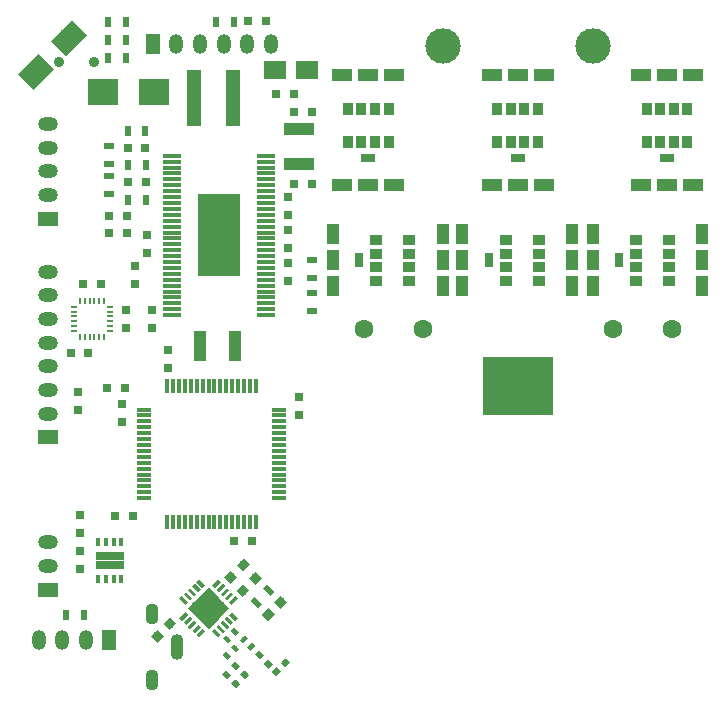
<source format=gts>
%TF.GenerationSoftware,KiCad,Pcbnew,(5.1.4-0)*%
%TF.CreationDate,2019-11-16T13:15:52+08:00*%
%TF.ProjectId,VESC_6,56455343-5f36-42e6-9b69-6361645f7063,A*%
%TF.SameCoordinates,Original*%
%TF.FileFunction,Soldermask,Top*%
%TF.FilePolarity,Negative*%
%FSLAX46Y46*%
G04 Gerber Fmt 4.6, Leading zero omitted, Abs format (unit mm)*
G04 Created by KiCad (PCBNEW (5.1.4-0)) date 2019-11-16 13:15:52*
%MOMM*%
%LPD*%
G04 APERTURE LIST*
%ADD10O,0.550000X0.200000*%
%ADD11O,0.200000X0.550000*%
%ADD12C,0.900000*%
%ADD13R,2.500000X2.300000*%
%ADD14C,1.800000*%
%ADD15C,0.100000*%
%ADD16C,1.250000*%
%ADD17C,0.300000*%
%ADD18R,1.200000X0.775000*%
%ADD19R,0.350000X0.650000*%
%ADD20R,1.950000X1.500000*%
%ADD21R,1.000000X2.500000*%
%ADD22R,2.500000X1.000000*%
%ADD23C,0.400000*%
%ADD24C,0.500000*%
%ADD25R,0.900000X0.500000*%
%ADD26R,0.500000X0.900000*%
%ADD27C,0.750000*%
%ADD28R,0.750000X0.800000*%
%ADD29R,0.800000X0.750000*%
%ADD30C,1.600000*%
%ADD31R,1.180000X4.700000*%
%ADD32R,1.699260X1.198880*%
%ADD33O,1.699260X1.198880*%
%ADD34R,1.501140X0.299720*%
%ADD35R,3.599180X7.000240*%
%ADD36R,0.700000X1.300000*%
%ADD37R,1.100000X0.850000*%
%ADD38R,1.100000X1.700000*%
%ADD39R,1.300000X0.700000*%
%ADD40R,0.850000X1.100000*%
%ADD41R,1.700000X1.100000*%
%ADD42C,3.000000*%
%ADD43R,1.198880X1.699260*%
%ADD44O,1.198880X1.699260*%
%ADD45O,1.100000X1.800000*%
%ADD46O,1.100000X2.200000*%
%ADD47R,0.304800X1.193800*%
%ADD48R,1.193800X0.304800*%
%ADD49R,6.000000X5.000000*%
G04 APERTURE END LIST*
D10*
X120211000Y-82280000D03*
X120211000Y-81880000D03*
X120211000Y-81480000D03*
X120211000Y-81080000D03*
X120211000Y-80680000D03*
X120211000Y-80280000D03*
D11*
X120711000Y-79780000D03*
X121111000Y-79780000D03*
X121511000Y-79780000D03*
X121911000Y-79780000D03*
X122311000Y-79780000D03*
X122711000Y-79780000D03*
D10*
X123211000Y-80280000D03*
X123211000Y-80680000D03*
X123211000Y-81080000D03*
X123211000Y-81480000D03*
X123211000Y-81880000D03*
X123211000Y-82280000D03*
D11*
X122711000Y-82780000D03*
X122311000Y-82780000D03*
X121911000Y-82780000D03*
X121511000Y-82780000D03*
X121111000Y-82780000D03*
X120711000Y-82780000D03*
D12*
X121896000Y-59492000D03*
X118896000Y-59492000D03*
D13*
X122629000Y-62103000D03*
X126929000Y-62103000D03*
D14*
X119778214Y-57513786D03*
D15*
G36*
X119530727Y-59034066D02*
G01*
X118257934Y-57761273D01*
X120025701Y-55993506D01*
X121298494Y-57266299D01*
X119530727Y-59034066D01*
X119530727Y-59034066D01*
G37*
D14*
X116949786Y-60342214D03*
D15*
G36*
X116702299Y-61862494D02*
G01*
X115429506Y-60589701D01*
X117197273Y-58821934D01*
X118470066Y-60094727D01*
X116702299Y-61862494D01*
X116702299Y-61862494D01*
G37*
D16*
X131572000Y-104907117D03*
D15*
G36*
X130688117Y-104907117D02*
G01*
X131572000Y-104023234D01*
X132455883Y-104907117D01*
X131572000Y-105791000D01*
X130688117Y-104907117D01*
X130688117Y-104907117D01*
G37*
D16*
X130688117Y-105791000D03*
D15*
G36*
X129804234Y-105791000D02*
G01*
X130688117Y-104907117D01*
X131572000Y-105791000D01*
X130688117Y-106674883D01*
X129804234Y-105791000D01*
X129804234Y-105791000D01*
G37*
D16*
X132455883Y-105791000D03*
D15*
G36*
X131572000Y-105791000D02*
G01*
X132455883Y-104907117D01*
X133339766Y-105791000D01*
X132455883Y-106674883D01*
X131572000Y-105791000D01*
X131572000Y-105791000D01*
G37*
D16*
X131572000Y-106674883D03*
D15*
G36*
X130688117Y-106674883D02*
G01*
X131572000Y-105791000D01*
X132455883Y-106674883D01*
X131572000Y-107558766D01*
X130688117Y-106674883D01*
X130688117Y-106674883D01*
G37*
D17*
X132254358Y-103694428D03*
D15*
G36*
X132102330Y-104058588D02*
G01*
X131890198Y-103846456D01*
X132406386Y-103330268D01*
X132618518Y-103542400D01*
X132102330Y-104058588D01*
X132102330Y-104058588D01*
G37*
D17*
X132607911Y-104047982D03*
D15*
G36*
X132455883Y-104412142D02*
G01*
X132243751Y-104200010D01*
X132759939Y-103683822D01*
X132972071Y-103895954D01*
X132455883Y-104412142D01*
X132455883Y-104412142D01*
G37*
D17*
X132961465Y-104401535D03*
D15*
G36*
X132809437Y-104765695D02*
G01*
X132597305Y-104553563D01*
X133113493Y-104037375D01*
X133325625Y-104249507D01*
X132809437Y-104765695D01*
X132809437Y-104765695D01*
G37*
D17*
X133315018Y-104755089D03*
D15*
G36*
X133162990Y-105119249D02*
G01*
X132950858Y-104907117D01*
X133467046Y-104390929D01*
X133679178Y-104603061D01*
X133162990Y-105119249D01*
X133162990Y-105119249D01*
G37*
D17*
X133668572Y-105108642D03*
D15*
G36*
X133516544Y-105472802D02*
G01*
X133304412Y-105260670D01*
X133820600Y-104744482D01*
X134032732Y-104956614D01*
X133516544Y-105472802D01*
X133516544Y-105472802D01*
G37*
D17*
X133668572Y-106473358D03*
D15*
G36*
X133304412Y-106321330D02*
G01*
X133516544Y-106109198D01*
X134032732Y-106625386D01*
X133820600Y-106837518D01*
X133304412Y-106321330D01*
X133304412Y-106321330D01*
G37*
D17*
X133315018Y-106826911D03*
D15*
G36*
X132950858Y-106674883D02*
G01*
X133162990Y-106462751D01*
X133679178Y-106978939D01*
X133467046Y-107191071D01*
X132950858Y-106674883D01*
X132950858Y-106674883D01*
G37*
D17*
X132961465Y-107180465D03*
D15*
G36*
X132597305Y-107028437D02*
G01*
X132809437Y-106816305D01*
X133325625Y-107332493D01*
X133113493Y-107544625D01*
X132597305Y-107028437D01*
X132597305Y-107028437D01*
G37*
D17*
X132607911Y-107534018D03*
D15*
G36*
X132243751Y-107381990D02*
G01*
X132455883Y-107169858D01*
X132972071Y-107686046D01*
X132759939Y-107898178D01*
X132243751Y-107381990D01*
X132243751Y-107381990D01*
G37*
D17*
X132254358Y-107887572D03*
D15*
G36*
X131890198Y-107735544D02*
G01*
X132102330Y-107523412D01*
X132618518Y-108039600D01*
X132406386Y-108251732D01*
X131890198Y-107735544D01*
X131890198Y-107735544D01*
G37*
D17*
X130889642Y-107887572D03*
D15*
G36*
X130737614Y-108251732D02*
G01*
X130525482Y-108039600D01*
X131041670Y-107523412D01*
X131253802Y-107735544D01*
X130737614Y-108251732D01*
X130737614Y-108251732D01*
G37*
D17*
X130536089Y-107534018D03*
D15*
G36*
X130384061Y-107898178D02*
G01*
X130171929Y-107686046D01*
X130688117Y-107169858D01*
X130900249Y-107381990D01*
X130384061Y-107898178D01*
X130384061Y-107898178D01*
G37*
D17*
X130182535Y-107180465D03*
D15*
G36*
X130030507Y-107544625D02*
G01*
X129818375Y-107332493D01*
X130334563Y-106816305D01*
X130546695Y-107028437D01*
X130030507Y-107544625D01*
X130030507Y-107544625D01*
G37*
D17*
X129828982Y-106826911D03*
D15*
G36*
X129676954Y-107191071D02*
G01*
X129464822Y-106978939D01*
X129981010Y-106462751D01*
X130193142Y-106674883D01*
X129676954Y-107191071D01*
X129676954Y-107191071D01*
G37*
D17*
X129475428Y-106473358D03*
D15*
G36*
X129323400Y-106837518D02*
G01*
X129111268Y-106625386D01*
X129627456Y-106109198D01*
X129839588Y-106321330D01*
X129323400Y-106837518D01*
X129323400Y-106837518D01*
G37*
D17*
X129475428Y-105108642D03*
D15*
G36*
X129111268Y-104956614D02*
G01*
X129323400Y-104744482D01*
X129839588Y-105260670D01*
X129627456Y-105472802D01*
X129111268Y-104956614D01*
X129111268Y-104956614D01*
G37*
D17*
X129828982Y-104755089D03*
D15*
G36*
X129464822Y-104603061D02*
G01*
X129676954Y-104390929D01*
X130193142Y-104907117D01*
X129981010Y-105119249D01*
X129464822Y-104603061D01*
X129464822Y-104603061D01*
G37*
D17*
X130182535Y-104401535D03*
D15*
G36*
X129818375Y-104249507D02*
G01*
X130030507Y-104037375D01*
X130546695Y-104553563D01*
X130334563Y-104765695D01*
X129818375Y-104249507D01*
X129818375Y-104249507D01*
G37*
D17*
X130536089Y-104047982D03*
D15*
G36*
X130171929Y-103895954D02*
G01*
X130384061Y-103683822D01*
X130900249Y-104200010D01*
X130688117Y-104412142D01*
X130171929Y-103895954D01*
X130171929Y-103895954D01*
G37*
D17*
X130889642Y-103694428D03*
D15*
G36*
X130525482Y-103542400D02*
G01*
X130737614Y-103330268D01*
X131253802Y-103846456D01*
X131041670Y-104058588D01*
X130525482Y-103542400D01*
X130525482Y-103542400D01*
G37*
D18*
X123825000Y-101333000D03*
X122625000Y-101333000D03*
X123825000Y-102108000D03*
X122625000Y-102108000D03*
D19*
X124200000Y-103270500D03*
X123550000Y-103270500D03*
X122900000Y-103270500D03*
X122250000Y-103270500D03*
X122250000Y-100170500D03*
X122900000Y-100170500D03*
X123550000Y-100170500D03*
X124200000Y-100170500D03*
D20*
X139932000Y-60198000D03*
X137182000Y-60198000D03*
D21*
X130834000Y-83566000D03*
X133834000Y-83566000D03*
D22*
X139192000Y-65175000D03*
X139192000Y-68175000D03*
D23*
X134555802Y-108393802D03*
D15*
G36*
X134909355Y-108323091D02*
G01*
X134485091Y-108747355D01*
X134202249Y-108464513D01*
X134626513Y-108040249D01*
X134909355Y-108323091D01*
X134909355Y-108323091D01*
G37*
D23*
X135192198Y-109030198D03*
D15*
G36*
X135545751Y-108959487D02*
G01*
X135121487Y-109383751D01*
X134838645Y-109100909D01*
X135262909Y-108676645D01*
X135545751Y-108959487D01*
X135545751Y-108959487D01*
G37*
D23*
X133795198Y-109155802D03*
D15*
G36*
X133865909Y-109509355D02*
G01*
X133441645Y-109085091D01*
X133724487Y-108802249D01*
X134148751Y-109226513D01*
X133865909Y-109509355D01*
X133865909Y-109509355D01*
G37*
D23*
X133158802Y-109792198D03*
D15*
G36*
X133229513Y-110145751D02*
G01*
X132805249Y-109721487D01*
X133088091Y-109438645D01*
X133512355Y-109862909D01*
X133229513Y-110145751D01*
X133229513Y-110145751D01*
G37*
D23*
X133158802Y-108395198D03*
D15*
G36*
X133088091Y-108041645D02*
G01*
X133512355Y-108465909D01*
X133229513Y-108748751D01*
X132805249Y-108324487D01*
X133088091Y-108041645D01*
X133088091Y-108041645D01*
G37*
D23*
X133795198Y-107758802D03*
D15*
G36*
X133724487Y-107405249D02*
G01*
X134148751Y-107829513D01*
X133865909Y-108112355D01*
X133441645Y-107688091D01*
X133724487Y-107405249D01*
X133724487Y-107405249D01*
G37*
D24*
X133865909Y-112148909D03*
D15*
G36*
X133477000Y-112113554D02*
G01*
X133830554Y-111760000D01*
X134254818Y-112184264D01*
X133901264Y-112537818D01*
X133477000Y-112113554D01*
X133477000Y-112113554D01*
G37*
D24*
X133088091Y-111371091D03*
D15*
G36*
X132699182Y-111335736D02*
G01*
X133052736Y-110982182D01*
X133477000Y-111406446D01*
X133123446Y-111760000D01*
X132699182Y-111335736D01*
X132699182Y-111335736D01*
G37*
D24*
X134627909Y-111386909D03*
D15*
G36*
X134239000Y-111351554D02*
G01*
X134592554Y-110998000D01*
X135016818Y-111422264D01*
X134663264Y-111775818D01*
X134239000Y-111351554D01*
X134239000Y-111351554D01*
G37*
D24*
X133850091Y-110609091D03*
D15*
G36*
X133461182Y-110573736D02*
G01*
X133814736Y-110220182D01*
X134239000Y-110644446D01*
X133885446Y-110998000D01*
X133461182Y-110573736D01*
X133461182Y-110573736D01*
G37*
D24*
X135882091Y-109720091D03*
D15*
G36*
X136271000Y-109755446D02*
G01*
X135917446Y-110109000D01*
X135493182Y-109684736D01*
X135846736Y-109331182D01*
X136271000Y-109755446D01*
X136271000Y-109755446D01*
G37*
D24*
X136659909Y-110497909D03*
D15*
G36*
X137048818Y-110533264D02*
G01*
X136695264Y-110886818D01*
X136271000Y-110462554D01*
X136624554Y-110109000D01*
X137048818Y-110533264D01*
X137048818Y-110533264D01*
G37*
D24*
X138056909Y-110355091D03*
D15*
G36*
X138021554Y-110744000D02*
G01*
X137668000Y-110390446D01*
X138092264Y-109966182D01*
X138445818Y-110319736D01*
X138021554Y-110744000D01*
X138021554Y-110744000D01*
G37*
D24*
X137279091Y-111132909D03*
D15*
G36*
X137243736Y-111521818D02*
G01*
X136890182Y-111168264D01*
X137314446Y-110744000D01*
X137668000Y-111097554D01*
X137243736Y-111521818D01*
X137243736Y-111521818D01*
G37*
D24*
X135613670Y-105305330D03*
D15*
G36*
X135472249Y-104810355D02*
G01*
X136108645Y-105446751D01*
X135755091Y-105800305D01*
X135118695Y-105163909D01*
X135472249Y-104810355D01*
X135472249Y-104810355D01*
G37*
D24*
X136674330Y-104244670D03*
D15*
G36*
X136532909Y-103749695D02*
G01*
X137169305Y-104386091D01*
X136815751Y-104739645D01*
X136179355Y-104103249D01*
X136532909Y-103749695D01*
X136532909Y-103749695D01*
G37*
D25*
X123113800Y-69227000D03*
X123113800Y-70727000D03*
X123113800Y-66636200D03*
X123113800Y-68136200D03*
D26*
X126251400Y-68249800D03*
X124751400Y-68249800D03*
X126251400Y-71196200D03*
X124751400Y-71196200D03*
X126226000Y-65354200D03*
X124726000Y-65354200D03*
X121019000Y-106315000D03*
X119519000Y-106315000D03*
X132219000Y-56134000D03*
X133719000Y-56134000D03*
X123075000Y-56134000D03*
X124575000Y-56134000D03*
X123075000Y-57658000D03*
X124575000Y-57658000D03*
X123075000Y-59182000D03*
X124575000Y-59182000D03*
D25*
X140335000Y-77839000D03*
X140335000Y-76339000D03*
X140335000Y-80633000D03*
X140335000Y-79133000D03*
D27*
X127231670Y-108148177D03*
D15*
G36*
X127249348Y-107600169D02*
G01*
X127779678Y-108130499D01*
X127213992Y-108696185D01*
X126683662Y-108165855D01*
X127249348Y-107600169D01*
X127249348Y-107600169D01*
G37*
D27*
X128292330Y-107087517D03*
D15*
G36*
X128310008Y-106539509D02*
G01*
X128840338Y-107069839D01*
X128274652Y-107635525D01*
X127744322Y-107105195D01*
X128310008Y-106539509D01*
X128310008Y-106539509D01*
G37*
D28*
X120523000Y-87515000D03*
X120523000Y-89015000D03*
D27*
X137690330Y-105260670D03*
D15*
G36*
X137672652Y-105808678D02*
G01*
X137142322Y-105278348D01*
X137708008Y-104712662D01*
X138238338Y-105242992D01*
X137672652Y-105808678D01*
X137672652Y-105808678D01*
G37*
D27*
X136629670Y-106321330D03*
D15*
G36*
X136611992Y-106869338D02*
G01*
X136081662Y-106339008D01*
X136647348Y-105773322D01*
X137177678Y-106303652D01*
X136611992Y-106869338D01*
X136611992Y-106869338D01*
G37*
D27*
X133454670Y-103146330D03*
D15*
G36*
X133472348Y-102598322D02*
G01*
X134002678Y-103128652D01*
X133436992Y-103694338D01*
X132906662Y-103164008D01*
X133472348Y-102598322D01*
X133472348Y-102598322D01*
G37*
D27*
X134515330Y-102085670D03*
D15*
G36*
X134533008Y-101537662D02*
G01*
X135063338Y-102067992D01*
X134497652Y-102633678D01*
X133967322Y-102103348D01*
X134533008Y-101537662D01*
X134533008Y-101537662D01*
G37*
D29*
X135243000Y-100076000D03*
X133743000Y-100076000D03*
D28*
X124269500Y-88531000D03*
X124269500Y-90031000D03*
X128143000Y-83959000D03*
X128143000Y-85459000D03*
D29*
X125146500Y-98000000D03*
X123646500Y-98000000D03*
D28*
X139192000Y-89408000D03*
X139192000Y-87908000D03*
D29*
X123125800Y-72593200D03*
X124625800Y-72593200D03*
X123125800Y-74041000D03*
X124625800Y-74041000D03*
X124751400Y-69723000D03*
X126251400Y-69723000D03*
D28*
X125349000Y-76847000D03*
X125349000Y-78347000D03*
D29*
X126226000Y-66802000D03*
X124726000Y-66802000D03*
D28*
X126365000Y-75680000D03*
X126365000Y-74180000D03*
X126746000Y-82030000D03*
X126746000Y-80530000D03*
D29*
X138823000Y-63754000D03*
X140323000Y-63754000D03*
D28*
X138303000Y-72505000D03*
X138303000Y-71005000D03*
X138303000Y-75299000D03*
X138303000Y-73799000D03*
X138303000Y-78093000D03*
X138303000Y-76593000D03*
D29*
X138823000Y-69850000D03*
X140323000Y-69850000D03*
X138799000Y-62230000D03*
X137299000Y-62230000D03*
D28*
X120650000Y-99429000D03*
X120650000Y-97929000D03*
X120650000Y-100977000D03*
X120650000Y-102477000D03*
D29*
X123011500Y-87122000D03*
X124511500Y-87122000D03*
D27*
X135531330Y-103228670D03*
D15*
G36*
X135513652Y-103776678D02*
G01*
X134983322Y-103246348D01*
X135549008Y-102680662D01*
X136079338Y-103210992D01*
X135513652Y-103776678D01*
X135513652Y-103776678D01*
G37*
D27*
X134470670Y-104289330D03*
D15*
G36*
X134452992Y-104837338D02*
G01*
X133922662Y-104307008D01*
X134488348Y-103741322D01*
X135018678Y-104271652D01*
X134452992Y-104837338D01*
X134452992Y-104837338D01*
G37*
D29*
X136436800Y-56083200D03*
X134936800Y-56083200D03*
D28*
X124587000Y-82030000D03*
X124587000Y-80530000D03*
D29*
X120928000Y-78359000D03*
X122428000Y-78359000D03*
X119900000Y-84201000D03*
X121400000Y-84201000D03*
D30*
X149726000Y-82169000D03*
X144726000Y-82169000D03*
X165842000Y-82169000D03*
X170842000Y-82169000D03*
D31*
X130345000Y-62600000D03*
X133655000Y-62600000D03*
D32*
X118000000Y-104203040D03*
D33*
X118000000Y-100200000D03*
X118000000Y-102201520D03*
D34*
X136461500Y-76471780D03*
X136461500Y-75971400D03*
X136461500Y-75471020D03*
X136461500Y-74970640D03*
X136461500Y-74470260D03*
X136461500Y-73972420D03*
X136461500Y-73472040D03*
X136461500Y-72971660D03*
X136461500Y-72471280D03*
X136461500Y-71970900D03*
X136461500Y-71470520D03*
X136461500Y-80970120D03*
X136461500Y-80472280D03*
X136461500Y-79971900D03*
X128460500Y-75471020D03*
X136461500Y-78971140D03*
X136461500Y-78470760D03*
X136461500Y-77970380D03*
X136461500Y-77472540D03*
X136461500Y-76972160D03*
X128460500Y-72971660D03*
X128460500Y-73472040D03*
X128460500Y-73972420D03*
X128460500Y-74470260D03*
X128460500Y-74970640D03*
X136461500Y-79471520D03*
X128460500Y-75971400D03*
X128460500Y-76471780D03*
X128460500Y-76972160D03*
X128460500Y-77472540D03*
X128460500Y-77970380D03*
X128460500Y-78470760D03*
X128460500Y-78971140D03*
X128460500Y-67472560D03*
X128460500Y-67970400D03*
X128460500Y-68470780D03*
X128460500Y-68971160D03*
X128460500Y-69471540D03*
X128460500Y-69971920D03*
X128460500Y-70472300D03*
X128460500Y-70970140D03*
X128460500Y-71470520D03*
X128460500Y-71970900D03*
X128460500Y-72471280D03*
X128460500Y-79471520D03*
X128460500Y-79971900D03*
X128460500Y-80472280D03*
X128460500Y-80970120D03*
X136461500Y-70970140D03*
X136461500Y-70472300D03*
X136461500Y-69971920D03*
X136461500Y-69471540D03*
X136461500Y-68971160D03*
X136461500Y-68470780D03*
X136461500Y-67970400D03*
X136461500Y-67472560D03*
D35*
X132461000Y-74168000D03*
D36*
X166334000Y-76327000D03*
D37*
X167734000Y-75752000D03*
X167734000Y-76902000D03*
X170534000Y-76902000D03*
X170534000Y-75752000D03*
X167734000Y-74602000D03*
X170534000Y-74602000D03*
X167734000Y-78052000D03*
X170534000Y-78052000D03*
D38*
X164084000Y-76327000D03*
X164084000Y-74127000D03*
X164084000Y-78527000D03*
X173384000Y-76327000D03*
X173384000Y-78527000D03*
X173384000Y-74127000D03*
D39*
X170393000Y-67694000D03*
D40*
X169818000Y-66294000D03*
X170968000Y-66294000D03*
X170968000Y-63494000D03*
X169818000Y-63494000D03*
X168668000Y-66294000D03*
X168668000Y-63494000D03*
X172118000Y-66294000D03*
X172118000Y-63494000D03*
D41*
X170393000Y-69944000D03*
X168193000Y-69944000D03*
X172593000Y-69944000D03*
X170393000Y-60644000D03*
X172593000Y-60644000D03*
X168193000Y-60644000D03*
D36*
X144334000Y-76327000D03*
D37*
X145734000Y-75752000D03*
X145734000Y-76902000D03*
X148534000Y-76902000D03*
X148534000Y-75752000D03*
X145734000Y-74602000D03*
X148534000Y-74602000D03*
X145734000Y-78052000D03*
X148534000Y-78052000D03*
D38*
X142084000Y-76327000D03*
X142084000Y-74127000D03*
X142084000Y-78527000D03*
X151384000Y-76327000D03*
X151384000Y-78527000D03*
X151384000Y-74127000D03*
D42*
X151384000Y-58166000D03*
X164084000Y-58166000D03*
D43*
X123184920Y-108458000D03*
D44*
X119181880Y-108458000D03*
X121183400Y-108458000D03*
X117182900Y-108458000D03*
D43*
X126846200Y-58000000D03*
D44*
X130849240Y-58000000D03*
X128847720Y-58000000D03*
X132848220Y-58000000D03*
X134849740Y-58000000D03*
X136851260Y-58000000D03*
D33*
X117983000Y-79298740D03*
X117983000Y-81297720D03*
X117983000Y-83299240D03*
D32*
X117983000Y-91305320D03*
D33*
X117983000Y-87302280D03*
X117983000Y-89303800D03*
X117983000Y-85303300D03*
X117983000Y-77299760D03*
D32*
X117983000Y-72803040D03*
D33*
X117983000Y-68800000D03*
X117983000Y-70801520D03*
X117983000Y-66801020D03*
X117983000Y-64799500D03*
D39*
X145087000Y-67678000D03*
D40*
X144512000Y-66278000D03*
X145662000Y-66278000D03*
X145662000Y-63478000D03*
X144512000Y-63478000D03*
X143362000Y-66278000D03*
X143362000Y-63478000D03*
X146812000Y-66278000D03*
X146812000Y-63478000D03*
D41*
X145087000Y-69928000D03*
X142887000Y-69928000D03*
X147287000Y-69928000D03*
X145087000Y-60628000D03*
X147287000Y-60628000D03*
X142887000Y-60628000D03*
D36*
X155321000Y-76327000D03*
D37*
X156721000Y-75752000D03*
X156721000Y-76902000D03*
X159521000Y-76902000D03*
X159521000Y-75752000D03*
X156721000Y-74602000D03*
X159521000Y-74602000D03*
X156721000Y-78052000D03*
X159521000Y-78052000D03*
D38*
X153071000Y-76327000D03*
X153071000Y-74127000D03*
X153071000Y-78527000D03*
X162371000Y-76327000D03*
X162371000Y-78527000D03*
X162371000Y-74127000D03*
D39*
X157734000Y-67678000D03*
D40*
X157159000Y-66278000D03*
X158309000Y-66278000D03*
X158309000Y-63478000D03*
X157159000Y-63478000D03*
X156009000Y-66278000D03*
X156009000Y-63478000D03*
X159459000Y-66278000D03*
X159459000Y-63478000D03*
D41*
X157734000Y-69928000D03*
X155534000Y-69928000D03*
X159934000Y-69928000D03*
X157734000Y-60628000D03*
X159934000Y-60628000D03*
X155534000Y-60628000D03*
D45*
X126750000Y-106300000D03*
X126750000Y-111900000D03*
D46*
X128900000Y-109100000D03*
D47*
X135576000Y-86960001D03*
X135076001Y-86960001D03*
X134576000Y-86960001D03*
X134076001Y-86960001D03*
X133575999Y-86960001D03*
X133076000Y-86960001D03*
X132576001Y-86960001D03*
X132076000Y-86960001D03*
X131576000Y-86960001D03*
X131075999Y-86960001D03*
X130576000Y-86960001D03*
X130076001Y-86960001D03*
X129575999Y-86960001D03*
X129076000Y-86960001D03*
X128575999Y-86960001D03*
X128076000Y-86960001D03*
D48*
X126076001Y-88960000D03*
X126076001Y-89459999D03*
X126076001Y-89960000D03*
X126076001Y-90459999D03*
X126076001Y-90960001D03*
X126076001Y-91460000D03*
X126076001Y-91959999D03*
X126076001Y-92460000D03*
X126076001Y-92960000D03*
X126076001Y-93460001D03*
X126076001Y-93960000D03*
X126076001Y-94459999D03*
X126076001Y-94960001D03*
X126076001Y-95460000D03*
X126076001Y-95960001D03*
X126076001Y-96460000D03*
D47*
X128076000Y-98459999D03*
X128575999Y-98459999D03*
X129076000Y-98459999D03*
X129575999Y-98459999D03*
X130076001Y-98459999D03*
X130576000Y-98459999D03*
X131075999Y-98459999D03*
X131576000Y-98459999D03*
X132076000Y-98459999D03*
X132576001Y-98459999D03*
X133076000Y-98459999D03*
X133575999Y-98459999D03*
X134076001Y-98459999D03*
X134576000Y-98459999D03*
X135076001Y-98459999D03*
X135576000Y-98459999D03*
D48*
X137575999Y-96460000D03*
X137575999Y-95960001D03*
X137575999Y-95460000D03*
X137575999Y-94960001D03*
X137575999Y-94459999D03*
X137575999Y-93960000D03*
X137575999Y-93460001D03*
X137575999Y-92960000D03*
X137575999Y-92460000D03*
X137575999Y-91959999D03*
X137575999Y-91460000D03*
X137575999Y-90960001D03*
X137575999Y-90459999D03*
X137575999Y-89960000D03*
X137575999Y-89459999D03*
X137575999Y-88960000D03*
D49*
X157734000Y-87000000D03*
M02*

</source>
